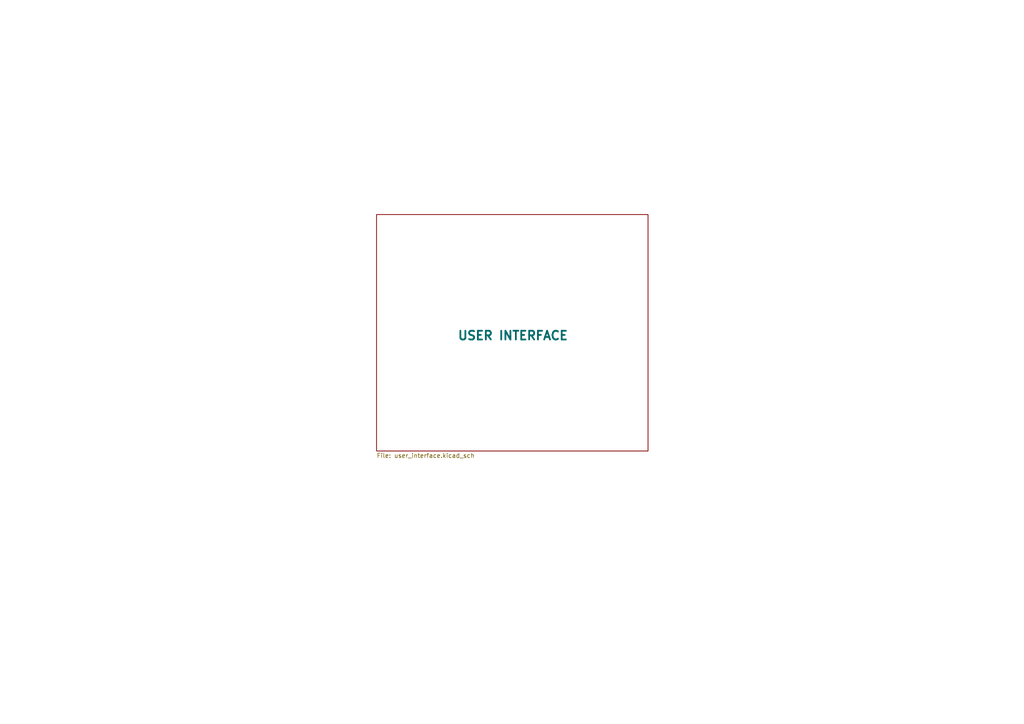
<source format=kicad_sch>
(kicad_sch
	(version 20231120)
	(generator "eeschema")
	(generator_version "8.0")
	(uuid "3e1aedd0-6089-4edb-92c7-0c31da2e7927")
	(paper "A4")
	(title_block
		(title "Generate Fall 2024 - Tubender PCB")
	)
	(lib_symbols)
	(sheet
		(at 109.22 62.23)
		(size 78.74 68.58)
		(stroke
			(width 0.1524)
			(type solid)
		)
		(fill
			(color 0 0 0 0.0000)
		)
		(uuid "f5482ea7-2c7e-4b8c-980a-1e009a8c23d8")
		(property "Sheetname" "USER INTERFACE"
			(at 132.588 98.806 0)
			(effects
				(font
					(size 2.54 2.54)
					(thickness 0.508)
					(bold yes)
				)
				(justify left bottom)
			)
		)
		(property "Sheetfile" "user_interface.kicad_sch"
			(at 109.22 131.3946 0)
			(effects
				(font
					(size 1.27 1.27)
				)
				(justify left top)
			)
		)
		(instances
			(project "Tubender UI_PCB"
				(path "/3e1aedd0-6089-4edb-92c7-0c31da2e7927"
					(page "6")
				)
			)
		)
	)
	(sheet_instances
		(path "/"
			(page "1")
		)
	)
)

</source>
